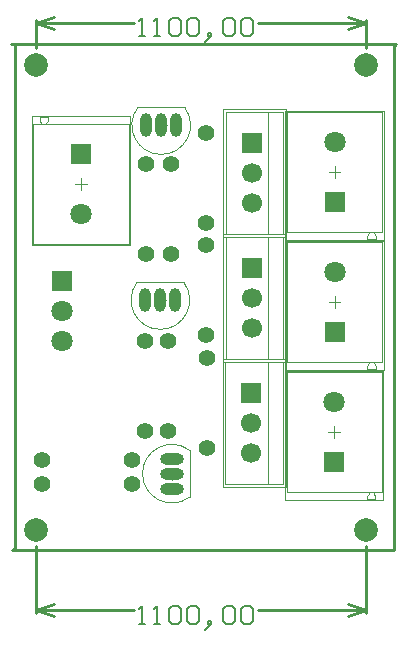
<source format=gtl>
G04*
G04 #@! TF.GenerationSoftware,Altium Limited,Altium Designer,19.0.15 (446)*
G04*
G04 Layer_Physical_Order=1*
G04 Layer_Color=255*
%FSLAX44Y44*%
%MOMM*%
G71*
G01*
G75*
%ADD12C,0.2540*%
%ADD13C,0.1000*%
%ADD14C,0.0500*%
%ADD25C,2.0066*%
%ADD26C,1.8000*%
%ADD27R,1.8000X1.8000*%
%ADD28C,1.4000*%
%ADD29O,1.0000X2.0000*%
%ADD30O,1.0000X2.0000*%
%ADD31O,2.0000X1.0000*%
%ADD32O,2.0000X1.0000*%
%ADD33C,1.7000*%
%ADD34R,1.7000X1.7000*%
%ADD35C,0.1524*%
D12*
X197000Y63000D02*
Y490000D01*
X195000Y61000D02*
X197000Y63000D01*
X195000Y61000D02*
X518000D01*
Y488000D01*
X520000Y490000D01*
X194000D02*
X520000D01*
X214630Y8126D02*
Y65151D01*
X494030Y8126D02*
Y65151D01*
X214630Y10666D02*
X297958D01*
X402574D02*
X494030D01*
X214630D02*
X229870Y5586D01*
X214630Y10666D02*
X229870Y15746D01*
X478790D02*
X494030Y10666D01*
X478790Y5586D02*
X494030Y10666D01*
Y486029D02*
Y510540D01*
X214630Y486029D02*
Y510540D01*
X402574Y508000D02*
X494030D01*
X214630D02*
X297958D01*
X478790Y513080D02*
X494030Y508000D01*
X478790Y502920D02*
X494030Y508000D01*
X214630D02*
X229870Y502920D01*
X214630Y508000D02*
X229870Y513080D01*
D13*
X300500Y288000D02*
G03*
X340100Y288000I19800J-15000D01*
G01*
X301200Y436112D02*
G03*
X340800Y436112I19800J-15000D01*
G01*
X345000Y145800D02*
G03*
X345000Y106200I-15000J-19800D01*
G01*
X218130Y424982D02*
X219629Y423200D01*
Y421913D02*
Y423200D01*
X218130Y424984D02*
Y427612D01*
X293398Y320313D02*
Y421913D01*
X212399Y320313D02*
Y421913D01*
X293398D01*
X212399Y320313D02*
X293398D01*
X218130Y427612D02*
X225267D01*
X225268Y427611D01*
Y424984D02*
Y427613D01*
X223768Y421913D02*
Y423200D01*
X225270Y424982D01*
X501000Y219297D02*
X502499Y217514D01*
X501000Y219297D02*
Y220583D01*
X502499Y214884D02*
Y217512D01*
X427230Y220583D02*
Y322183D01*
X508230Y220583D02*
Y322183D01*
X427230Y220583D02*
X508230D01*
X427230Y322183D02*
X508230D01*
X495362Y214884D02*
X502499D01*
X495361Y214885D02*
X495362Y214884D01*
X495361Y214883D02*
Y217513D01*
X496861Y219297D02*
Y220583D01*
X495359Y217514D02*
X496861Y219297D01*
X500855Y109061D02*
X502354Y107278D01*
X500855Y109061D02*
Y110347D01*
X502354Y104648D02*
Y107276D01*
X427085Y110347D02*
Y211947D01*
X508085Y110347D02*
Y211947D01*
X427085Y110347D02*
X508085D01*
X427085Y211947D02*
X508085D01*
X495217Y104648D02*
X502354D01*
X495216Y104649D02*
X495217Y104648D01*
X495216Y104647D02*
Y107277D01*
X496716Y109061D02*
Y110347D01*
X495214Y107278D02*
X496716Y109061D01*
X501000Y329425D02*
X502499Y327642D01*
X501000Y329425D02*
Y330711D01*
X502499Y325012D02*
Y327640D01*
X427230Y330711D02*
Y432311D01*
X508230Y330711D02*
Y432311D01*
X427230Y330711D02*
X508230D01*
X427230Y432311D02*
X508230D01*
X495362Y325012D02*
X502499D01*
X495361Y325013D02*
X495362Y325012D01*
X495361Y325011D02*
Y327640D01*
X496861Y329425D02*
Y330711D01*
X495359Y327642D02*
X496861Y329425D01*
X300500Y288000D02*
X340100D01*
X301200Y436112D02*
X340800D01*
X345000Y106200D02*
Y145800D01*
X411680Y329104D02*
Y432104D01*
X375680Y329104D02*
X424180D01*
X375680Y432104D02*
X424180D01*
Y329104D02*
Y432104D01*
X375680Y329104D02*
Y432104D01*
X411680Y223186D02*
Y326186D01*
X375680Y223186D02*
X424180D01*
X375680Y326186D02*
X424180D01*
Y223186D02*
Y326186D01*
X375680Y223186D02*
Y326186D01*
X411426Y117522D02*
Y220522D01*
X375426Y117522D02*
X423926D01*
X375426Y220522D02*
X423926D01*
Y117522D02*
Y220522D01*
X375426Y117522D02*
Y220522D01*
X252900Y366112D02*
Y376112D01*
X247900Y371112D02*
X257900D01*
X467729Y266384D02*
Y276384D01*
X462729Y271384D02*
X472729D01*
X467584Y156148D02*
Y166148D01*
X462584Y161148D02*
X472584D01*
X467729Y376512D02*
Y386512D01*
X462729Y381512D02*
X472729D01*
X320300Y268000D02*
Y278000D01*
X315300Y273000D02*
X325300D01*
X316000Y421112D02*
X326000D01*
X321000Y416112D02*
Y426112D01*
X330000Y121000D02*
Y131000D01*
X325000Y126000D02*
X335000D01*
X397480Y375604D02*
Y385604D01*
X392480Y380604D02*
X402480D01*
X397480Y269686D02*
Y279686D01*
X392480Y274686D02*
X402480D01*
X397226Y164022D02*
Y174022D01*
X392226Y169022D02*
X402226D01*
D14*
X211400Y319313D02*
X294400D01*
X294399D02*
Y428611D01*
X211400Y319313D02*
Y428611D01*
X294399D01*
X426229Y323183D02*
X509230D01*
X426230Y213885D02*
Y323183D01*
X509230Y213885D02*
Y323183D01*
X426230Y213885D02*
X509230D01*
X426085Y212947D02*
X509085D01*
X426085Y103649D02*
Y212947D01*
X509085Y103649D02*
Y212947D01*
X426085Y103649D02*
X509085D01*
X426229Y433311D02*
X509230D01*
X426230Y324013D02*
Y433311D01*
X509230Y324013D02*
Y433311D01*
X426230Y324013D02*
X509230D01*
X373180Y326604D02*
X426680D01*
X373180Y434604D02*
X426680D01*
Y326604D02*
Y434604D01*
X373180Y326604D02*
Y434604D01*
Y220686D02*
X426680D01*
X373180Y328686D02*
X426680D01*
Y220686D02*
Y328686D01*
X373180Y220686D02*
Y328686D01*
X372926Y115022D02*
X426426D01*
X372926Y223022D02*
X426426D01*
Y115022D02*
Y223022D01*
X372926Y115022D02*
Y223022D01*
D25*
X494030Y78740D02*
D03*
X214630D02*
D03*
X494030Y472440D02*
D03*
X214630D02*
D03*
D26*
X252900Y345712D02*
D03*
X467729Y296784D02*
D03*
X467584Y186548D02*
D03*
X467729Y406912D02*
D03*
X237000Y264112D02*
D03*
Y238712D02*
D03*
D27*
X252900Y396512D02*
D03*
X467729Y245984D02*
D03*
X467584Y135748D02*
D03*
X467729Y356112D02*
D03*
X237000Y289512D02*
D03*
D28*
X359460Y147990D02*
D03*
Y224190D02*
D03*
X307000Y161900D02*
D03*
Y238100D02*
D03*
X327000Y161900D02*
D03*
Y238100D02*
D03*
X308300Y388000D02*
D03*
Y311800D02*
D03*
X296100Y138000D02*
D03*
X219900D02*
D03*
X329000Y311800D02*
D03*
Y388000D02*
D03*
X219900Y117000D02*
D03*
X296100D02*
D03*
X359206Y243240D02*
D03*
Y319440D02*
D03*
Y338236D02*
D03*
Y414436D02*
D03*
D29*
X307600Y273000D02*
D03*
X333000D02*
D03*
X333700Y421112D02*
D03*
X308300D02*
D03*
D30*
X320300Y273000D02*
D03*
X321000Y421112D02*
D03*
D31*
X330000Y113300D02*
D03*
Y138700D02*
D03*
D32*
Y126000D02*
D03*
D33*
X397480Y355204D02*
D03*
Y380604D02*
D03*
Y249286D02*
D03*
Y274686D02*
D03*
X397226Y143622D02*
D03*
Y169022D02*
D03*
D34*
X397480Y406004D02*
D03*
Y300086D02*
D03*
X397226Y194422D02*
D03*
D35*
X302022Y-1015D02*
X307100D01*
X304561D01*
Y14220D01*
X302022Y11681D01*
X314718Y-1015D02*
X319796D01*
X317257D01*
Y14220D01*
X314718Y11681D01*
X327413D02*
X329953Y14220D01*
X335031D01*
X337570Y11681D01*
Y1524D01*
X335031Y-1015D01*
X329953D01*
X327413Y1524D01*
Y11681D01*
X342648D02*
X345188Y14220D01*
X350266D01*
X352805Y11681D01*
Y1524D01*
X350266Y-1015D01*
X345188D01*
X342648Y1524D01*
Y11681D01*
X360423Y-3554D02*
X362962Y-1015D01*
Y1524D01*
X360423D01*
Y-1015D01*
X362962D01*
X360423Y-3554D01*
X357883Y-6094D01*
X373119Y11681D02*
X375658Y14220D01*
X380736D01*
X383275Y11681D01*
Y1524D01*
X380736Y-1015D01*
X375658D01*
X373119Y1524D01*
Y11681D01*
X388354D02*
X390893Y14220D01*
X395971D01*
X398510Y11681D01*
Y1524D01*
X395971Y-1015D01*
X390893D01*
X388354Y1524D01*
Y11681D01*
X302022Y496319D02*
X307100D01*
X304561D01*
Y511554D01*
X302022Y509015D01*
X314718Y496319D02*
X319796D01*
X317257D01*
Y511554D01*
X314718Y509015D01*
X327413D02*
X329953Y511554D01*
X335031D01*
X337570Y509015D01*
Y498858D01*
X335031Y496319D01*
X329953D01*
X327413Y498858D01*
Y509015D01*
X342648D02*
X345188Y511554D01*
X350266D01*
X352805Y509015D01*
Y498858D01*
X350266Y496319D01*
X345188D01*
X342648Y498858D01*
Y509015D01*
X360423Y493780D02*
X362962Y496319D01*
Y498858D01*
X360423D01*
Y496319D01*
X362962D01*
X360423Y493780D01*
X357883Y491241D01*
X373119Y509015D02*
X375658Y511554D01*
X380736D01*
X383275Y509015D01*
Y498858D01*
X380736Y496319D01*
X375658D01*
X373119Y498858D01*
Y509015D01*
X388354D02*
X390893Y511554D01*
X395971D01*
X398510Y509015D01*
Y498858D01*
X395971Y496319D01*
X390893D01*
X388354Y498858D01*
Y509015D01*
M02*

</source>
